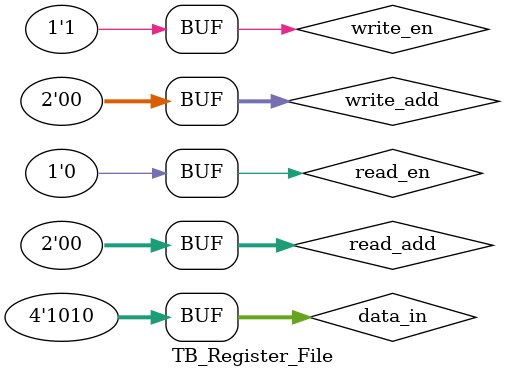
<source format=v>
`timescale 1ns / 1ps


module TB_Register_File;

	// Inputs
	reg [3:0] data_in;
	reg [1:0] read_add;
	reg [1:0] write_add;
	reg read_en;
	reg write_en;

	// Outputs
	wire [3:0] data_out;

	// Instantiate the Unit Under Test (UUT)
	Register_File uut (
		.data_in(data_in), 
		.read_add(read_add), 
		.write_add(write_add), 
		.read_en(read_en), 
		.write_en(write_en), 
		.data_out(data_out)
	);

	initial begin
		// Initialize Inputs
		read_en = 0;
		write_en = 0;
		data_in = 4'b0000;
		read_add = 2'b00;
		write_add = 2'b00;

		#20;
		
		read_en = 1;
		write_en = 0;
		write_add = 2'b11;
		data_in = 4'b0001;
		
		#20;
      
		read_en = 0;
		write_en = 1;
		read_add = 2'b11;
		
		#20;
		
		read_en = 1;
		write_en = 0;
		write_add = 2'b10;
		data_in = 4'b1111;
		
		#20;
      
		read_en = 0;
		write_en = 1;
		read_add = 2'b10;
		
		#20;
		
		read_en = 1;
		write_en = 0;
		write_add = 2'b00;
		data_in = 4'b1010;
		
		#20;
      
		read_en = 0;
		write_en = 1;
		read_add = 2'b00;
		
		#20;



		
	end
      
endmodule


</source>
